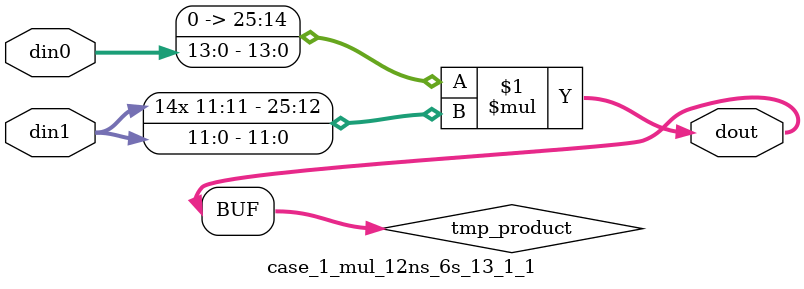
<source format=v>

`timescale 1 ns / 1 ps

 (* use_dsp = "no" *)  module case_1_mul_12ns_6s_13_1_1(din0, din1, dout);
parameter ID = 1;
parameter NUM_STAGE = 0;
parameter din0_WIDTH = 14;
parameter din1_WIDTH = 12;
parameter dout_WIDTH = 26;

input [din0_WIDTH - 1 : 0] din0; 
input [din1_WIDTH - 1 : 0] din1; 
output [dout_WIDTH - 1 : 0] dout;

wire signed [dout_WIDTH - 1 : 0] tmp_product;

























assign tmp_product = $signed({1'b0, din0}) * $signed(din1);










assign dout = tmp_product;





















endmodule

</source>
